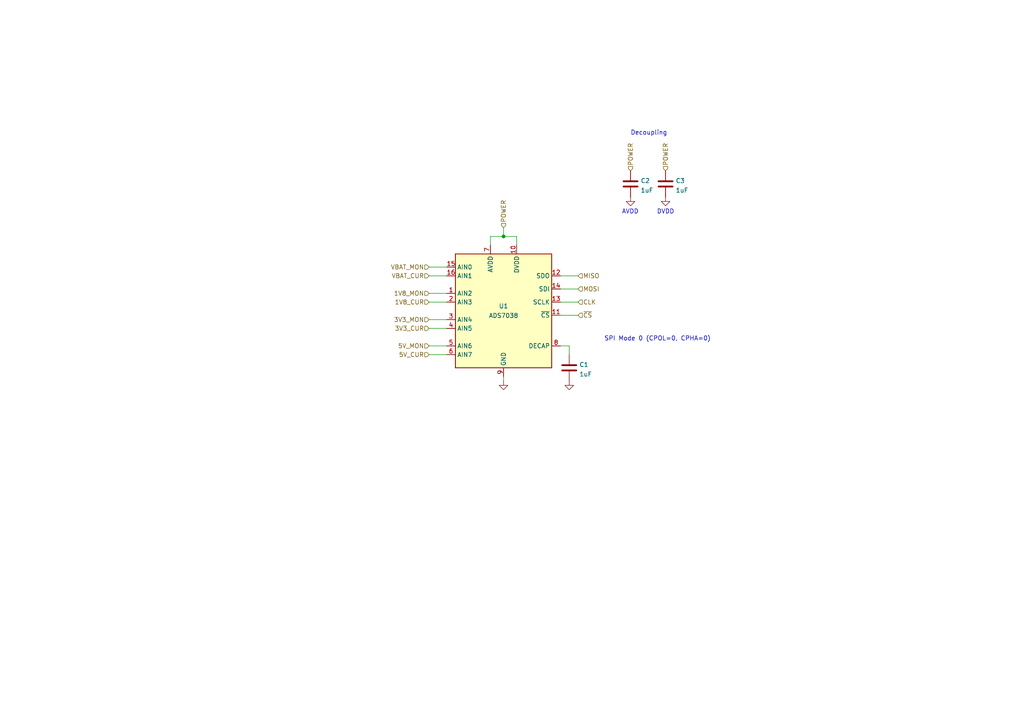
<source format=kicad_sch>
(kicad_sch (version 20210621) (generator eeschema)
  (paper "A4")
  (title_block (title "BUTCube - EPS") (date "2021-06-01") (rev "v1.0") (company "VUT - FIT(STRaDe) & FME(IAE & IPE)") (comment 1 "Author: Petr Malaník"))
  (lib_symbols
    (symbol "Device:C" (pin_numbers hide) (pin_names (offset 0.254))
      (property "Reference" "C" (at 0.635 2.54 0))
      (property "Value" "C" (at 0.635 -2.54 0))
      (symbol "C_0_1"
        (polyline (pts (xy -2.032 -0.762) (xy 2.032 -0.762)) (stroke (width 0.508)))
        (polyline (pts (xy -2.032 0.762) (xy 2.032 0.762)) (stroke (width 0.508)))
      )
      (symbol "C_1_1"
        (pin passive line (at 0 3.81 270) (length 2.794) (name "~") (number "1"))
        (pin passive line (at 0 -3.81 90) (length 2.794) (name "~") (number "2"))
      )
    )
    (symbol "TCY_IC:ADS7038"
      (property "Reference" "U" (at 0 0 0))
      (property "Value" "ADS7038" (at -3.81 -2.54 0))
      (symbol "ADS7038_0_1"
        (rectangle (start -13.97 16.51) (end 13.97 -16.51) (stroke (width 0.254)) (fill (type background)))
      )
      (symbol "ADS7038_1_1"
        (pin input line (at -16.51 5.08 0) (length 2.54) (name "AIN2") (number "1"))
        (pin power_in line (at 3.81 19.05 270) (length 2.54) (name "DVDD") (number "10"))
        (pin input line (at 16.51 -1.27 180) (length 2.54) (name "~{CS}") (number "11"))
        (pin tri_state line (at 16.51 10.16 180) (length 2.54) (name "SDO") (number "12"))
        (pin input line (at 16.51 2.54 180) (length 2.54) (name "SCLK") (number "13"))
        (pin input line (at 16.51 6.35 180) (length 2.54) (name "SDI") (number "14"))
        (pin input line (at -16.51 12.7 0) (length 2.54) (name "AIN0") (number "15"))
        (pin input line (at -16.51 10.16 0) (length 2.54) (name "AIN1") (number "16"))
        (pin passive line (at 0 -19.05 90) (length 2.54) hide (name "E_PAD") (number "17"))
        (pin input line (at -16.51 2.54 0) (length 2.54) (name "AIN3") (number "2"))
        (pin input line (at -16.51 -2.54 0) (length 2.54) (name "AIN4") (number "3"))
        (pin input line (at -16.51 -5.08 0) (length 2.54) (name "AIN5") (number "4"))
        (pin input line (at -16.51 -10.16 0) (length 2.54) (name "AIN6") (number "5"))
        (pin input line (at -16.51 -12.7 0) (length 2.54) (name "AIN7") (number "6"))
        (pin power_in line (at -3.81 19.05 270) (length 2.54) (name "AVDD") (number "7"))
        (pin passive line (at 16.51 -10.16 180) (length 2.54) (name "DECAP") (number "8"))
        (pin power_in line (at 0 -19.05 90) (length 2.54) (name "GND") (number "9"))
      )
    )
    (symbol "power:GND" (power) (pin_names (offset 0))
      (property "Value" "GND" (at 0 -3.81 0))
      (symbol "GND_0_1"
        (polyline (pts (xy 0 0) (xy 0 -1.27) (xy 1.27 -1.27) (xy 0 -2.54) (xy -1.27 -1.27) (xy 0 -1.27)))
      )
      (symbol "GND_1_1"
        (pin power_in line (at 0 0 270) (length 0) hide (name "GND") (number "1"))
      )
    )
  )
  (junction (at 146.05 68.58) (diameter 0.9144))
  (wire (pts (xy 124.46 77.47) (xy 129.54 77.47)))
  (wire (pts (xy 124.46 80.01) (xy 129.54 80.01)))
  (wire (pts (xy 124.46 85.09) (xy 129.54 85.09)))
  (wire (pts (xy 124.46 87.63) (xy 129.54 87.63)))
  (wire (pts (xy 124.46 92.71) (xy 129.54 92.71)))
  (wire (pts (xy 124.46 95.25) (xy 129.54 95.25)))
  (wire (pts (xy 124.46 100.33) (xy 129.54 100.33)))
  (wire (pts (xy 124.46 102.87) (xy 129.54 102.87)))
  (wire (pts (xy 142.24 68.58) (xy 146.05 68.58)))
  (wire (pts (xy 142.24 71.12) (xy 142.24 68.58)))
  (wire (pts (xy 146.05 66.04) (xy 146.05 68.58)))
  (wire (pts (xy 146.05 109.22) (xy 146.05 110.49)))
  (wire (pts (xy 149.86 68.58) (xy 146.05 68.58)))
  (wire (pts (xy 149.86 71.12) (xy 149.86 68.58)))
  (wire (pts (xy 162.56 80.01) (xy 167.64 80.01)))
  (wire (pts (xy 162.56 83.82) (xy 167.64 83.82)))
  (wire (pts (xy 162.56 87.63) (xy 167.64 87.63)))
  (wire (pts (xy 162.56 91.44) (xy 167.64 91.44)))
  (wire (pts (xy 162.56 100.33) (xy 165.1 100.33)))
  (wire (pts (xy 165.1 100.33) (xy 165.1 102.87)))
  (text "SPI Mode 0 (CPOL=0, CPHA=0)" (at 175.26 99.06 0) (effects (font (size 1.27 1.27)) (justify left bottom)))
  (text "AVDD" (at 180.34 62.23 0) (effects (font (size 1.27 1.27)) (justify left bottom)))
  (text "Decoupling" (at 182.88 39.37 0) (effects (font (size 1.27 1.27)) (justify left bottom)))
  (text "DVDD" (at 190.5 62.23 0) (effects (font (size 1.27 1.27)) (justify left bottom)))
  (hierarchical_label "VBAT_MON" (shape input) (at 124.46 77.47 180))
  (hierarchical_label "VBAT_CUR" (shape input) (at 124.46 80.01 180))
  (hierarchical_label "1V8_MON" (shape input) (at 124.46 85.09 180))
  (hierarchical_label "1V8_CUR" (shape input) (at 124.46 87.63 180))
  (hierarchical_label "3V3_MON" (shape input) (at 124.46 92.71 180))
  (hierarchical_label "3V3_CUR" (shape input) (at 124.46 95.25 180))
  (hierarchical_label "5V_MON" (shape input) (at 124.46 100.33 180))
  (hierarchical_label "5V_CUR" (shape input) (at 124.46 102.87 180))
  (hierarchical_label "POWER" (shape input) (at 146.05 66.04 90))
  (hierarchical_label "MISO" (shape input) (at 167.64 80.01 0))
  (hierarchical_label "MOSI" (shape input) (at 167.64 83.82 0))
  (hierarchical_label "CLK" (shape input) (at 167.64 87.63 0))
  (hierarchical_label "~{CS}" (shape input) (at 167.64 91.44 0))
  (hierarchical_label "POWER" (shape input) (at 182.88 49.53 90))
  (hierarchical_label "POWER" (shape input) (at 193.04 49.53 90))
  (symbol (lib_id "power:GND") (at 146.05 110.49 0)
    (property "Reference" "#PWR017" (effects hide))
    (property "Value" "GND" (effects hide))
  )
  (symbol (lib_id "power:GND") (at 165.1 110.49 0)
    (property "Reference" "#PWR018" (effects hide))
    (property "Value" "GND" (effects hide))
  )
  (symbol (lib_id "power:GND") (at 182.88 57.15 0)
    (property "Reference" "#PWR019" (effects hide))
    (property "Value" "GND" (effects hide))
  )
  (symbol (lib_id "power:GND") (at 193.04 57.15 0)
    (property "Reference" "#PWR020" (effects hide))
    (property "Value" "GND" (effects hide))
  )
  (symbol (lib_id "Device:C") (at 165.1 106.68 0)
    (property "Reference" "C1" (at 168.0211 105.7715 0) (effects (justify left)))
    (property "Value" "1uF" (at 168.0211 108.5466 0) (effects (justify left)))
    (property "Footprint" "Capacitor_SMD:C_0603_1608Metric" (effects hide))
  )
  (symbol (lib_id "Device:C") (at 182.88 53.34 0)
    (property "Reference" "C2" (at 185.8011 52.4315 0) (effects (justify left)))
    (property "Value" "1uF" (at 185.8011 55.2066 0) (effects (justify left)))
    (property "Footprint" "Capacitor_SMD:C_0603_1608Metric" (effects hide))
  )
  (symbol (lib_id "Device:C") (at 193.04 53.34 0)
    (property "Reference" "C3" (at 195.9611 52.4315 0) (effects (justify left)))
    (property "Value" "1uF" (at 195.9611 55.2066 0) (effects (justify left)))
    (property "Footprint" "Capacitor_SMD:C_0603_1608Metric" (effects hide))
  )
  (symbol (lib_id "TCY_IC:ADS7038") (at 146.05 90.17 0)
    (property "Reference" "U1" (at 146.05 88.7636 0))
    (property "Value" "ADS7038" (at 146.05 91.5387 0))
    (property "Footprint" "Package_DFN_QFN:QFN-16-1EP_3x3mm_P0.5mm_EP1.7x1.7mm" (effects hide))
    (property "Datasheet" "https://www.ti.com/lit/ds/symlink/ads7038.pdf" (effects hide))
  )
)
</source>
